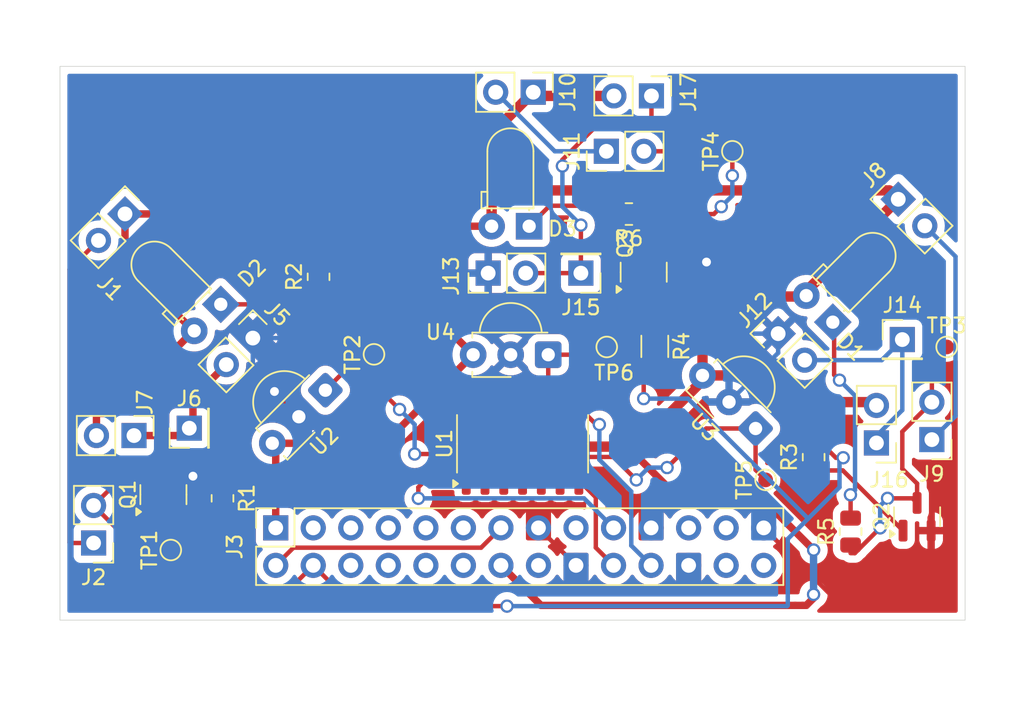
<source format=kicad_pcb>
(kicad_pcb (version 20240108) (generator "pcbnew") (generator_version "8.0")
  (layers (0 "F.Cu" signal) (31 "B.Cu" signal) (34 "B.Paste" user) (35 "F.Paste" user) (36 "B.SilkS" user "B.Silkscreen") (37 "F.SilkS" user "F.Silkscreen") (38 "B.Mask" user) (39 "F.Mask" user) (44 "Edge.Cuts" user))
  (net 0 "")
  (net 1 "Net-(D1-K)")
  (net 2 "/3V3")
  (net 3 "Net-(D3-K)")
  (net 4 "Net-(Q1-B)")
  (net 5 "GND")
  (net 6 "Net-(Q2-B)")
  (net 7 "Net-(J9-Pin_2)")
  (net 8 "Net-(Q3-B)")
  (net 9 "/PA7")
  (net 10 "/PC4")
  (net 11 "/PA6")
  (net 12 "Net-(J1-Pin_2)")
  (net 13 "Net-(J2-Pin_2)")
  (net 14 "Net-(J11-Pin_2)")
  (net 15 "/PA10")
  (net 16 "/AB0")
  (net 17 "/PE11")
  (net 18 "/PC5")
  (net 19 "/PA13")
  (net 20 "/RESV1")
  (net 21 "/RESV3")
  (net 22 "/PE12")
  (net 23 "/BATT")
  (net 24 "/PE14")
  (net 25 "/PE9")
  (net 26 "/PA5")
  (net 27 "/PA3")
  (net 28 "/RESV2")
  (net 29 "/PE15")
  (net 30 "/PE8")
  (net 31 "/PA4")
  (net 32 "Net-(J5-Pin_2)")
  (net 33 "Net-(J8-Pin_2)")
  (net 34 "Net-(J10-Pin_2)")
  (net 35 "Net-(J13-Pin_2)")
  (net 36 "Net-(J12-Pin_2)")
  (net 37 "Net-(U1A-+)")
  (net 38 "Net-(U1B-+)")
  (net 39 "Net-(U1C-+)")
  (net 43 "Net-(D2-K)")
  (footprint "Connector_PinHeader_2.54mm:PinHeader_1x02_P2.54mm_Vertical" (layer "F.Cu") (at 168 100.275 180)
    (property "Reference" "J9" (at 0 -2.33 180) (layer "F.SilkS"))
    (property "Value" "Conn_01x02_Pin")
    (pad "1" thru_hole rect (at 0 0 180) (size 1.7 1.7) (drill 1) (layers "*.Cu" "*.Mask") (net 33 "Net-(J8-Pin_2)"))
    (pad "2" thru_hole oval (at 0 2.54 180) (size 1.7 1.7) (drill 1) (layers "*.Cu" "*.Mask") (net 7 "Net-(J9-Pin_2)"))
  )
  (footprint "Connector_PinHeader_2.54mm:PinHeader_1x02_P2.54mm_Vertical" (layer "F.Cu") (at 122.051562 93.398437 -45)
    (property "Reference" "J5" (at 0 -2.33 135) (layer "F.SilkS"))
    (property "Value" "L_S_B")
    (pad "1" thru_hole rect (at 0 0 315) (size 1.7 1.7) (drill 1) (layers "*.Cu" "*.Mask") (net 5 "GND") (thermal_bridge_width 2))
    (pad "2" thru_hole oval (at 0 2.54 315) (size 1.7 1.7) (drill 1) (layers "*.Cu" "*.Mask") (net 32 "Net-(J5-Pin_2)"))
  )
  (footprint "Connector_PinHeader_2.54mm:PinHeader_1x01_P2.54mm_Vertical" (layer "F.Cu") (at 144.25 89 180)
    (property "Reference" "J15" (at 0 -2.33 180) (layer "F.SilkS"))
    (property "Value" "Conn_01x01_Pin")
    (pad "1" thru_hole rect (at 0 0 180) (size 1.7 1.7) (drill 1) (layers "*.Cu" "*.Mask") (net 35 "Net-(J13-Pin_2)"))
  )
  (footprint "Connector_PinHeader_2.54mm:PinHeader_1x02_P2.54mm_Vertical" (layer "F.Cu") (at 113.401562 84.992926 -45)
    (property "Reference" "J1" (at 2.828429 4.252643 135) (layer "F.SilkS"))
    (property "Value" "Conn_01x02_Pin")
    (pad "1" thru_hole rect (at 0 0 315) (size 1.7 1.7) (drill 1) (layers "*.Cu" "*.Mask") (net 2 "/3V3"))
    (pad "2" thru_hole oval (at 0 2.54 315) (size 1.7 1.7) (drill 1) (layers "*.Cu" "*.Mask") (net 12 "Net-(J1-Pin_2)"))
  )
  (footprint "OptoDevice:Vishay_MINICAST-3Pin" (layer "F.Cu") (at 142.04 94.525 180)
    (property "Reference" "U4" (at 7.29 1.525 180) (layer "F.SilkS"))
    (property "Value" "TSSP58038")
    (pad "1" thru_hole roundrect (at 0 0 180) (size 1.8 1.8) (drill 0.9) (layers "*.Cu" "*.Mask") (roundrect_rratio 0.139) (net 39 "Net-(U1C-+)"))
    (pad "2" thru_hole circle (at 2.54 0 180) (size 1.8 1.8) (drill 0.9) (layers "*.Cu" "*.Mask") (net 5 "GND"))
    (pad "3" thru_hole circle (at 5.08 0 180) (size 1.8 1.8) (drill 0.9) (layers "*.Cu" "*.Mask") (net 2 "/3V3"))
  )
  (footprint "LED_THT:LED_D3.0mm_Horizontal_O1.27mm_Z2.0mm_IRBlack" (layer "F.Cu") (at 161.296051 92.320153 135)
    (property "Reference" "D1" (at -2.039152 -0.336511 -45) (layer "F.SilkS"))
    (property "Value" "IR204A")
    (pad "1" thru_hole rect (at 0 0 135) (size 1.8 1.8) (drill 0.9) (layers "*.Cu" "*.Mask") (net 1 "Net-(D1-K)"))
    (pad "2" thru_hole circle (at 2.54 0 135) (size 1.8 1.8) (drill 0.9) (layers "*.Cu" "*.Mask") (net 2 "/3V3"))
  )
  (footprint "Connector_PinHeader_2.54mm:PinHeader_1x02_P2.54mm_Vertical" (layer "F.Cu") (at 111.275 107.275 180)
    (property "Reference" "J2" (at 0 -2.33 180) (layer "F.SilkS"))
    (property "Value" "Conn_01x02_Pin")
    (pad "1" thru_hole rect (at 0 0 180) (size 1.7 1.7) (drill 1) (layers "*.Cu" "*.Mask") (net 12 "Net-(J1-Pin_2)"))
    (pad "2" thru_hole oval (at 0 2.54 180) (size 1.7 1.7) (drill 1) (layers "*.Cu" "*.Mask") (net 13 "Net-(J2-Pin_2)"))
  )
  (footprint "Connector_PinHeader_2.54mm:PinHeader_1x02_P2.54mm_Vertical" (layer "F.Cu") (at 157.598439 93.098437 45)
    (property "Reference" "J12" (at 0 -2.260533 45) (layer "F.SilkS"))
    (property "Value" "Conn_01x02_Pin")
    (pad "1" thru_hole rect (at 0 0 45) (size 1.7 1.7) (drill 1) (layers "*.Cu" "*.Mask") (net 5 "GND"))
    (pad "2" thru_hole oval (at 0 2.54 45) (size 1.7 1.7) (drill 1) (layers "*.Cu" "*.Mask") (net 36 "Net-(J12-Pin_2)"))
  )
  (footprint "OptoDevice:Vishay_MINICAST-3Pin" (layer "F.Cu") (at 126.960836 96.928734 -135)
    (property "Reference" "U2" (at 2.5 -2.4 -135) (layer "F.SilkS"))
    (property "Value" "TSSP58038")
    (pad "1" thru_hole roundrect (at 0 0 225) (size 1.8 1.8) (drill 0.9) (layers "*.Cu" "*.Mask") (roundrect_rratio 0.139) (net 37 "Net-(U1A-+)"))
    (pad "2" thru_hole circle (at 2.54 0 225) (size 1.8 1.8) (drill 0.9) (layers "*.Cu" "*.Mask") (net 5 "GND") (thermal_bridge_width 2))
    (pad "3" thru_hole circle (at 5.079999 0 225) (size 1.8 1.8) (drill 0.9) (layers "*.Cu" "*.Mask") (net 2 "/3V3"))
  )
  (footprint "TestPoint:TestPoint_Pad_D1.0mm" (layer "F.Cu") (at 116.5 107.75 90)
    (property "Reference" "TP1" (at 0 -1.448 -90) (layer "F.SilkS"))
    (property "Value" "TestPoint")
    (pad "1" smd circle (at 0 0 90) (size 1 1) (layers "F.Cu" "F.Mask") (net 13 "Net-(J2-Pin_2)"))
  )
  (footprint "TestPoint:TestPoint_Pad_D1.0mm" (layer "F.Cu") (at 146 94 180)
    (property "Reference" "TP6" (at -0.5 -1.75 180) (layer "F.SilkS"))
    (property "Value" "TestPoint")
    (pad "1" smd circle (at 0 0 180) (size 1 1) (layers "F.Cu" "F.Mask") (net 39 "Net-(U1C-+)"))
  )
  (footprint "Resistor_SMD:R_0805_2012Metric" (layer "F.Cu") (at 160 101.4625 90)
    (property "Reference" "R3" (at 0 -1.65 90) (layer "F.SilkS"))
    (property "Value" "2.7k")
    (pad "1" smd roundrect (at -0.9125 0 90) (size 1.025 1.4) (layers "F.Cu" "F.Paste" "F.Mask") (roundrect_rratio 0.243902439) (net 6 "Net-(Q2-B)"))
    (pad "2" smd roundrect (at 0.9125 0 90) (size 1.025 1.4) (layers "F.Cu" "F.Paste" "F.Mask") (roundrect_rratio 0.243902439) (net 29 "/PE15"))
  )
  (footprint "Connector_PinSocket_2.54mm:PinSocket_2x14_P2.54mm_Vertical" (layer "F.Cu") (at 123.6 106.25 90)
    (property "Reference" "J3" (at -1.27 -2.77 -90) (layer "F.SilkS"))
    (property "Value" "Conn_02x14_Counter_Clockwise")
    (pad "1" thru_hole rect (at 0 0 90) (size 1.7 1.7) (drill 1) (layers "*.Cu" "*.Mask") (net 2 "/3V3"))
    (pad "2" thru_hole oval (at -2.54 0 90) (size 1.7 1.7) (drill 1) (layers "*.Cu" "*.Mask") (net 23 "/BATT"))
    (pad "3" thru_hole oval (at 0 2.54 90) (size 1.7 1.7) (drill 1) (layers "*.Cu" "*.Mask") (net 28 "/RESV2"))
    (pad "4" thru_hole oval (at -2.54 2.54 90) (size 1.7 1.7) (drill 1) (layers "*.Cu" "*.Mask") (net 29 "/PE15"))
    (pad "5" thru_hole oval (at 0 5.08 90) (size 1.7 1.7) (drill 1) (layers "*.Cu" "*.Mask") (net 24 "/PE14"))
    (pad "6" thru_hole oval (at -2.54 5.08 90) (size 1.7 1.7) (drill 1) (layers "*.Cu" "*.Mask") (net 19 "/PA13"))
    (pad "7" thru_hole oval (at 0 7.62 90) (size 1.7 1.7) (drill 1) (layers "*.Cu" "*.Mask") (net 22 "/PE12"))
    (pad "8" thru_hole oval (at -2.54 7.62 90) (size 1.7 1.7) (drill 1) (layers "*.Cu" "*.Mask") (net 17 "/PE11"))
    (pad "9" thru_hole oval (at 0 10.16 90) (size 1.7 1.7) (drill 1) (layers "*.Cu" "*.Mask") (net 15 "/PA10"))
    (pad "10" thru_hole oval (at -2.54 10.16 90) (size 1.7 1.7) (drill 1) (layers "*.Cu" "*.Mask") (net 25 "/PE9"))
    (pad "11" thru_hole oval (at 0 12.7 90) (size 1.7 1.7) (drill 1) (layers "*.Cu" "*.Mask") (net 30 "/PE8"))
    (pad "12" thru_hole oval (at -2.54 12.7 90) (size 1.7 1.7) (drill 1) (layers "*.Cu" "*.Mask") (net 20 "/RESV1"))
    (pad "13" thru_hole oval (at 0 15.24 90) (size 1.7 1.7) (drill 1) (layers "*.Cu" "*.Mask") (net 23 "/BATT"))
    (pad "14" thru_hole oval (at -2.54 15.24 90) (size 1.7 1.7) (drill 1) (layers "*.Cu" "*.Mask") (net 2 "/3V3"))
    (pad "15" thru_hole oval (at 0 17.78 90) (size 1.7 1.7) (drill 1) (layers "*.Cu" "*.Mask") (net 5 "GND") (thermal_bridge_width 2))
    (pad "16" thru_hole oval (at -2.54 17.78 90) (size 1.7 1.7) (drill 1) (layers "*.Cu" "*.Mask") (net 16 "/AB0"))
    (pad "17" thru_hole oval (at 0 20.32 90) (size 1.7 1.7) (drill 1) (layers "*.Cu" "*.Mask") (net 18 "/PC5"))
    (pad "18" thru_hole oval (at -2.54 20.32 90) (size 1.7 1.7) (drill 1) (layers "*.Cu" "*.Mask") (net 5 "GND") (thermal_bridge_width 2))
    (pad "19" thru_hole oval (at 0 22.86 90) (size 1.7 1.7) (drill 1) (layers "*.Cu" "*.Mask") (net 10 "/PC4"))
    (pad "20" thru_hole oval (at -2.54 22.86 90) (size 1.7 1.7) (drill 1) (layers "*.Cu" "*.Mask") (net 9 "/PA7"))
    (pad "21" thru_hole oval (at 0 25.4 90) (size 1.7 1.7) (drill 1) (layers "*.Cu" "*.Mask") (net 5 "GND") (thermal_bridge_width 2))
    (pad "22" thru_hole oval (at -2.54 25.4 90) (size 1.7 1.7) (drill 1) (layers "*.Cu" "*.Mask") (net 11 "/PA6"))
    (pad "23" thru_hole oval (at 0 27.94 90) (size 1.7 1.7) (drill 1) (layers "*.Cu" "*.Mask") (net 26 "/PA5"))
    (pad "24" thru_hole oval (at -2.54 27.94 90) (size 1.7 1.7) (drill 1) (layers "*.Cu" "*.Mask") (net 5 "GND") (thermal_bridge_width 2))
    (pad "25" thru_hole oval (at 0 30.48 90) (size 1.7 1.7) (drill 1) (layers "*.Cu" "*.Mask") (net 31 "/PA4"))
    (pad "26" thru_hole oval (at -2.54 30.48 90) (size 1.7 1.7) (drill 1) (layers "*.Cu" "*.Mask") (net 27 "/PA3"))
    (pad "27" thru_hole oval (at 0 33.02 90) (size 1.7 1.7) (drill 1) (layers "*.Cu" "*.Mask") (net 5 "GND") (thermal_bridge_width 2))
    (pad "28" thru_hole oval (at -2.54 33.02 90) (size 1.7 1.7) (drill 1) (layers "*.Cu" "*.Mask") (net 21 "/RESV3"))
  )
  (footprint "TestPoint:TestPoint_Pad_D1.0mm" (layer "F.Cu") (at 169 94)
    (property "Reference" "TP3" (at 0 -1.448 0) (layer "F.SilkS"))
    (property "Value" "TestPoint")
    (pad "1" smd circle (at 0 0) (size 1 1) (layers "F.Cu" "F.Mask") (net 7 "Net-(J9-Pin_2)"))
  )
  (footprint "Resistor_SMD:R_0805_2012Metric" (layer "F.Cu") (at 162.5 106.5 90)
    (property "Reference" "R5" (at 0 -1.65 90) (layer "F.SilkS"))
    (property "Value" "22")
    (pad "1" smd roundrect (at -0.9125 0 90) (size 1.025 1.4) (layers "F.Cu" "F.Paste" "F.Mask") (roundrect_rratio 0.243902439) (net 7 "Net-(J9-Pin_2)"))
    (pad "2" smd roundrect (at 0.9125 0 90) (size 1.025 1.4) (layers "F.Cu" "F.Paste" "F.Mask") (roundrect_rratio 0.243902439) (net 1 "Net-(D1-K)"))
  )
  (footprint "Resistor_SMD:R_1206_3216Metric" (layer "F.Cu") (at 149.25 93.9625 -90)
    (property "Reference" "R4" (at 0 -1.82 90) (layer "F.SilkS"))
    (property "Value" "2.7k")
    (pad "1" smd roundrect (at -1.4625 0 270) (size 1.125 1.75) (layers "F.Cu" "F.Paste" "F.Mask") (roundrect_rratio 0.2222222222) (net 8 "Net-(Q3-B)"))
    (pad "2" smd roundrect (at 1.4625 0 270) (size 1.125 1.75) (layers "F.Cu" "F.Paste" "F.Mask") (roundrect_rratio 0.2222222222) (net 29 "/PE15"))
  )
  (footprint "Connector_PinHeader_2.54mm:PinHeader_1x02_P2.54mm_Vertical" (layer "F.Cu") (at 145.975 80.75 90)
    (property "Reference" "J11" (at 0 -2.33 -90) (layer "F.SilkS"))
    (property "Value" "Conn_01x02_Pin")
    (pad "1" thru_hole rect (at 0 0 90) (size 1.7 1.7) (drill 1) (layers "*.Cu" "*.Mask") (net 34 "Net-(J10-Pin_2)"))
    (pad "2" thru_hole oval (at 0 2.54 90) (size 1.7 1.7) (drill 1) (layers "*.Cu" "*.Mask") (net 14 "Net-(J11-Pin_2)"))
  )
  (footprint "Resistor_SMD:R_0805_2012Metric" (layer "F.Cu") (at 120 104.25 -90)
    (property "Reference" "R1" (at 0 -1.65 -90) (layer "F.SilkS"))
    (property "Value" "2.7k")
    (pad "1" smd roundrect (at -0.9125 0 270) (size 1.025 1.4) (layers "F.Cu" "F.Paste" "F.Mask") (roundrect_rratio 0.243902439) (net 4 "Net-(Q1-B)"))
    (pad "2" smd roundrect (at 0.9125 0 270) (size 1.025 1.4) (layers "F.Cu" "F.Paste" "F.Mask") (roundrect_rratio 0.243902439) (net 29 "/PE15"))
  )
  (footprint "TestPoint:TestPoint_Pad_D1.0mm" (layer "F.Cu") (at 156.75 103 90)
    (property "Reference" "TP5" (at 0 -1.448 -90) (layer "F.SilkS"))
    (property "Value" "TestPoint")
    (pad "1" smd circle (at 0 0 90) (size 1 1) (layers "F.Cu" "F.Mask") (net 38 "Net-(U1B-+)"))
  )
  (footprint "Package_TO_SOT_SMD:SOT-23" (layer "F.Cu") (at 116 104 90)
    (property "Reference" "Q1" (at 0 -2.4 -90) (layer "F.SilkS"))
    (property "Value" "MMBT5551L")
    (pad "1" smd roundrect (at -0.9375 -0.95 90) (size 1.475 0.6) (layers "F.Cu" "F.Paste" "F.Mask") (net 4 "Net-(Q1-B)"))
    (pad "2" smd roundrect (at -0.9375 0.95 90) (size 1.475 0.6) (layers "F.Cu" "F.Paste" "F.Mask") (net 5 "GND"))
    (pad "3" smd roundrect (at 0.9375 0 90) (size 1.475 0.6) (layers "F.Cu" "F.Paste" "F.Mask") (net 13 "Net-(J2-Pin_2)"))
  )
  (footprint "TestPoint:TestPoint_Pad_D1.0mm" (layer "F.Cu") (at 154.5 80.75 90)
    (property "Reference" "TP4" (at 0 -1.448 -90) (layer "F.SilkS"))
    (property "Value" "TestPoint")
    (pad "1" smd circle (at 0 0 90) (size 1 1) (layers "F.Cu" "F.Mask") (net 14 "Net-(J11-Pin_2)"))
  )
  (footprint "Package_TO_SOT_SMD:SOT-23" (layer "F.Cu") (at 167 105.5 90)
    (property "Reference" "Q2" (at 0 -2.4 -90) (layer "F.SilkS"))
    (property "Value" "MMBT5551L")
    (pad "1" smd roundrect (at -0.9375 -0.95 90) (size 1.475 0.6) (layers "F.Cu" "F.Paste" "F.Mask") (net 6 "Net-(Q2-B)"))
    (pad "2" smd roundrect (at -0.9375 0.95 90) (size 1.475 0.6) (layers "F.Cu" "F.Paste" "F.Mask") (net 5 "GND"))
    (pad "3" smd roundrect (at 0.9375 0 90) (size 1.475 0.6) (layers "F.Cu" "F.Paste" "F.Mask") (net 7 "Net-(J9-Pin_2)"))
  )
  (footprint "Connector_PinHeader_2.54mm:PinHeader_1x02_P2.54mm_Vertical" (layer "F.Cu") (at 137.975 89 90)
    (property "Reference" "J13" (at -0.2 -2.5 -90) (layer "F.SilkS"))
    (property "Value" "Conn_01x02_Pin")
    (pad "1" thru_hole rect (at 0 0 90) (size 1.7 1.7) (drill 1) (layers "*.Cu" "*.Mask") (net 5 "GND"))
    (pad "2" thru_hole oval (at 0 2.54 90) (size 1.7 1.7) (drill 1) (layers "*.Cu" "*.Mask") (net 35 "Net-(J13-Pin_2)"))
  )
  (footprint "Package_TO_SOT_SMD:SOT-23" (layer "F.Cu") (at 148.5 88.9375 90)
    (property "Reference" "Q3" (at 1.9375 -1.25 -90) (layer "F.SilkS"))
    (property "Value" "MMBT5551L")
    (pad "1" smd roundrect (at -0.9375 -0.95 90) (size 1.475 0.6) (layers "F.Cu" "F.Paste" "F.Mask") (net 8 "Net-(Q3-B)"))
    (pad "2" smd roundrect (at -0.9375 0.95 90) (size 1.475 0.6) (layers "F.Cu" "F.Paste" "F.Mask") (net 5 "GND"))
    (pad "3" smd roundrect (at 0.9375 0 90) (size 1.475 0.6) (layers "F.Cu" "F.Paste" "F.Mask") (net 14 "Net-(J11-Pin_2)"))
  )
  (footprint "Connector_PinHeader_2.54mm:PinHeader_1x02_P2.54mm_Vertical" (layer "F.Cu") (at 165.725 84 45)
    (property "Reference" "J8" (at 0 -2.33 45) (layer "F.SilkS"))
    (property "Value" "Conn_01x02_Pin")
    (pad "1" thru_hole rect (at 0 0 45) (size 1.7 1.7) (drill 1) (layers "*.Cu" "*.Mask") (net 2 "/3V3"))
    (pad "2" thru_hole oval (at 0 2.54 45) (size 1.7 1.7) (drill 1) (layers "*.Cu" "*.Mask") (net 33 "Net-(J8-Pin_2)"))
  )
  (footprint "Connector_PinHeader_2.54mm:PinHeader_1x02_P2.54mm_Vertical" (layer "F.Cu") (at 141.025 76.75 -90)
    (property "Reference" "J10" (at 0 -2.33 90) (layer "F.SilkS"))
    (property "Value" "Conn_01x02_Pin")
    (pad "1" thru_hole rect (at 0 0 270) (size 1.7 1.7) (drill 1) (layers "*.Cu" "*.Mask") (net 2 "/3V3"))
    (pad "2" thru_hole oval (at 0 2.54 270) (size 1.7 1.7) (drill 1) (layers "*.Cu" "*.Mask") (net 34 "Net-(J10-Pin_2)"))
  )
  (footprint "Connector_PinHeader_2.54mm:PinHeader_1x02_P2.54mm_Vertical" (layer "F.Cu") (at 114.01 100 -90)
    (property "Reference" "J7" (at -2.25 -0.74 90) (layer "F.SilkS"))
    (property "Value" "Conn_01x02_Pin")
    (pad "1" thru_hole rect (at 0 0 270) (size 1.7 1.7) (drill 1) (layers "*.Cu" "*.Mask") (net 32 "Net-(J5-Pin_2)"))
    (pad "2" thru_hole oval (at 0 2.54 270) (size 1.7 1.7) (drill 1) (layers "*.Cu" "*.Mask") (net 2 "/3V3"))
  )
  (footprint "Connector_PinHeader_2.54mm:PinHeader_1x01_P2.54mm_Vertical" (layer "F.Cu") (at 166 93.5)
    (property "Reference" "J14" (at 0 -2.33 0) (layer "F.SilkS"))
    (property "Value" "Conn_01x01_Pin")
    (pad "1" thru_hole rect (at 0 0) (size 1.7 1.7) (drill 1) (layers "*.Cu" "*.Mask") (net 36 "Net-(J12-Pin_2)"))
  )
  (footprint "Resistor_SMD:R_0805_2012Metric" (layer "F.Cu") (at 147.5 85 180)
    (property "Reference" "R6" (at 0 -1.65 180) (layer "F.SilkS"))
    (property "Value" "22")
    (pad "1" smd roundrect (at -0.9125 0 180) (size 1.025 1.4) (layers "F.Cu" "F.Paste" "F.Mask") (roundrect_rratio 0.243902439) (net 14 "Net-(J11-Pin_2)"))
    (pad "2" smd roundrect (at 0.9125 0 180) (size 1.025 1.4) (layers "F.Cu" "F.Paste" "F.Mask") (roundrect_rratio 0.243902439) (net 3 "Net-(D3-K)"))
  )
  (footprint "Package_SO:SOIC-14_3.9x8.7mm_P1.27mm" (layer "F.Cu") (at 140.3025 100.5575 90)
    (property "Reference" "U1" (at 0 -5.28 -90) (layer "F.SilkS"))
    (property "Value" "LM324")
    (pad "1" smd roundrect (at -2.475 -3.81 90) (size 1.95 0.6) (layers "F.Cu" "F.Paste" "F.Mask") (net 10 "/PC4"))
    (pad "2" smd roundrect (at -2.475 -2.54 90) (size 1.95 0.6) (layers "F.Cu" "F.Paste" "F.Mask") (net 10 "/PC4"))
    (pad "3" smd roundrect (at -2.475 -1.27 90) (size 1.95 0.6) (layers "F.Cu" "F.Paste" "F.Mask") (net 37 "Net-(U1A-+)"))
    (pad "4" smd roundrect (at -2.475 0 90) (size 1.95 0.6) (layers "F.Cu" "F.Paste" "F.Mask") (net 2 "/3V3"))
    (pad "5" smd roundrect (at -2.475 1.27 90) (size 1.95 0.6) (layers "F.Cu" "F.Paste" "F.Mask") (net 38 "Net-(U1B-+)"))
    (pad "6" smd roundrect (at -2.475 2.54 90) (size 1.95 0.6) (layers "F.Cu" "F.Paste" "F.Mask") (net 9 "/PA7"))
    (pad "7" smd roundrect (at -2.475 3.81 90) (size 1.95 0.6) (layers "F.Cu" "F.Paste" "F.Mask") (net 9 "/PA7"))
    (pad "8" smd roundrect (at 2.475 3.81 90) (size 1.95 0.6) (layers "F.Cu" "F.Paste" "F.Mask") (net 11 "/PA6"))
    (pad "9" smd roundrect (at 2.475 2.54 90) (size 1.95 0.6) (layers "F.Cu" "F.Paste" "F.Mask") (net 11 "/PA6"))
    (pad "10" smd roundrect (at 2.475 1.27 90) (size 1.95 0.6) (layers "F.Cu" "F.Paste" "F.Mask") (net 39 "Net-(U1C-+)"))
    (pad "11" smd roundrect (at 2.475 0 90) (size 1.95 0.6) (layers "F.Cu" "F.Paste" "F.Mask") (net 5 "GND"))
    (pad "12" smd roundrect (at 2.475 -1.27 90) (size 1.95 0.6) (layers "F.Cu" "F.Paste" "F.Mask"))
    (pad "13" smd roundrect (at 2.475 -2.54 90) (size 1.95 0.6) (layers "F.Cu" "F.Paste" "F.Mask"))
    (pad "14" smd roundrect (at 2.475 -3.81 90) (size 1.95 0.6) (layers "F.Cu" "F.Paste" "F.Mask"))
  )
  (footprint "LED_THT:LED_D3.0mm_Horizontal_O1.27mm_Z2.0mm_IRBlack" (layer "F.Cu") (at 119.88146 91.113693 -135)
    (property "Reference" "D2" (at -2.992641 -0.003427 -135) (layer "F.SilkS"))
    (property "Value" "IR204A")
    (pad "1" thru_hole rect (at 0 0 225) (size 1.8 1.8) (drill 0.9) (layers "*.Cu" "*.Mask") (net 43 "Net-(D2-K)"))
    (pad "2" thru_hole circle (at 2.54 0 225) (size 1.8 1.8) (drill 0.9) (layers "*.Cu" "*.Mask") (net 2 "/3V3"))
  )
  (footprint "TestPoint:TestPoint_Pad_D1.0mm" (layer "F.Cu") (at 130.25 94.5 90)
    (property "Reference" "TP2" (at 0 -1.448 -90) (layer "F.SilkS"))
    (property "Value" "TestPoint")
    (pad "1" smd circle (at 0 0 90) (size 1 1) (layers "F.Cu" "F.Mask") (net 37 "Net-(U1A-+)"))
  )
  (footprint "Connector_PinHeader_2.54mm:PinHeader_1x01_P2.54mm_Vertical" (layer "F.Cu") (at 117.75 99.5 90)
    (property "Reference" "J6" (at 2 0 0) (layer "F.SilkS"))
    (property "Value" "Conn_01x01_Pin")
    (pad "1" thru_hole rect (at 0 0 90) (size 1.7 1.7) (drill 1) (layers "*.Cu" "*.Mask") (net 32 "Net-(J5-Pin_2)"))
  )
  (footprint "LED_THT:LED_D3.0mm_Horizontal_O1.27mm_Z2.0mm_IRBlack" (layer "F.Cu") (at 140.75 85.825 180)
    (property "Reference" "D3" (at -2.25 -0.175 180) (layer "F.SilkS"))
    (property "Value" "IR204A")
    (pad "1" thru_hole rect (at 0 0 180) (size 1.8 1.8) (drill 0.9) (layers "*.Cu" "*.Mask") (net 3 "Net-(D3-K)"))
    (pad "2" thru_hole circle (at 2.54 0 180) (size 1.8 1.8) (drill 0.9) (layers "*.Cu" "*.Mask") (net 2 "/3V3"))
  )
  (footprint "OptoDevice:Vishay_MINICAST-3Pin" (layer "F.Cu") (at 156.071267 99.520836 135)
    (property "Reference" "U3" (at 2.5 -2.4 -45) (layer "F.SilkS"))
    (property "Value" "TSSP58038")
    (pad "1" thru_hole roundrect (at 0 0 135) (size 1.8 1.8) (drill 0.9) (layers "*.Cu" "*.Mask") (roundrect_rratio 0.139) (net 38 "Net-(U1B-+)"))
    (pad "2" thru_hole circle (at 2.54 0 135) (size 1.8 1.8) (drill 0.9) (layers "*.Cu" "*.Mask") (net 5 "GND"))
    (pad "3" thru_hole circle (at 5.079999 0 135) (size 1.8 1.8) (drill 0.9) (layers "*.Cu" "*.Mask") (net 2 "/3V3"))
  )
  (footprint "Connector_PinHeader_2.54mm:PinHeader_1x02_P2.54mm_Vertical" (layer "F.Cu") (at 164.25 100.5 180)
    (property "Reference" "J16" (at -0.85 -2.5 180) (layer "F.SilkS"))
    (property "Value" "Conn_01x02_Pin")
    (pad "1" thru_hole rect (at 0 0 180) (size 1.7 1.7) (drill 1) (layers "*.Cu" "*.Mask") (net 36 "Net-(J12-Pin_2)"))
    (pad "2" thru_hole oval (at 0 2.54 180) (size 1.7 1.7) (drill 1) (layers "*.Cu" "*.Mask") (net 2 "/3V3"))
  )
  (footprint "Connector_PinHeader_2.54mm:PinHeader_1x02_P2.54mm_Vertical" (layer "F.Cu") (at 149.025 77 -90)
    (property "Reference" "J17" (at -0.25 -2.5 90) (layer "F.SilkS"))
    (property "Value" "Conn_01x02_Pin")
    (pad "1" thru_hole rect (at 0 0 270) (size 1.7 1.7) (drill 1) (layers "*.Cu" "*.Mask") (net 35 "Net-(J13-Pin_2)"))
    (pad "2" thru_hole oval (at 0 2.54 270) (size 1.7 1.7) (drill 1) (layers "*.Cu" "*.Mask") (net 2 "/3V3"))
  )
  (footprint "Resistor_SMD:R_0805_2012Metric" (layer "F.Cu") (at 126.5 89.25 90)
    (property "Reference" "R2" (at 0 -1.65 90) (layer "F.SilkS"))
    (property "Value" "22")
    (pad "1" smd roundrect (at -0.9125 0 90) (size 1.025 1.4) (layers "F.Cu" "F.Paste" "F.Mask") (roundrect_rratio 0.243902439) (net 13 "Net-(J2-Pin_2)"))
    (pad "2" smd roundrect (at 0.9125 0 90) (size 1.025 1.4) (layers "F.Cu" "F.Paste" "F.Mask") (roundrect_rratio 0.243902439) (net 43 "Net-(D2-K)"))
  )
  (gr_rect (start 109 75) (end 170.25 112.5) (stroke (width 0.05)) (fill none) (layer "Edge.Cuts"))
  (segment (start 161.75 96.25) (end 161.386307 95.886307) (width 0.3) (layer "F.Cu") (net 1))
  (segment (start 162.5 105.0375) (end 162.5 104.018872) (width 0.3) (layer "F.Cu") (net 1))
  (segment (start 161.386307 95.886307) (end 161.386307 92.38146) (width 0.3) (layer "F.Cu") (net 1))
  (segment (start 162.5 104.018872) (end 162.490564 104.009436) (width 0.3) (layer "F.Cu") (net 1))
  (via (at 162.490564 104.009436) (size 0.9) (drill 0.6) (layers "F.Cu" "B.Cu") (net 1))
  (via (at 161.75 96.25) (size 0.9) (drill 0.6) (layers "F.Cu" "B.Cu") (net 1))
  (segment (start 162.8 103.7) (end 162.8 97.3) (width 0.3) (layer "B.Cu") (net 1))
  (segment (start 162.8 97.3) (end 161.75 96.25) (width 0.3) (layer "B.Cu") (net 1))
  (segment (start 162.490564 104.009436) (end 162.8 103.7) (width 0.3) (layer "B.Cu") (net 1))
  (segment (start 157.485 97.735) (end 164 97.735) (width 0.7) (layer "F.Cu") (net 2))
  (segment (start 111.47 98.53) (end 111.47 100) (width 0.5) (layer "F.Cu") (net 2))
  (segment (start 141.55 111.5) (end 158.75 111.5) (width 0.5) (layer "F.Cu") (net 2))
  (segment (start 140.3025 101.6975) (end 140.3025 103.0325) (width 0.7) (layer "F.Cu") (net 2))
  (segment (start 155.678734 95.928734) (end 157.485 97.735) (width 0.7) (layer "F.Cu") (net 2))
  (segment (start 132.742926 84.992926) (end 134.5 86.75) (width 0.5) (layer "F.Cu") (net 2))
  (segment (start 134.5 92.065) (end 134.5 86.75) (width 0.5) (layer "F.Cu") (net 2))
  (segment (start 135.425 85.825) (end 138.21 85.825) (width 0.5) (layer "F.Cu") (net 2))
  (segment (start 148 100.75) (end 147.25 100.75) (width 0.7) (layer "F.Cu") (net 2))
  (segment (start 138.311041 83.398959) (end 138.21 83.5) (width 0.7) (layer "F.Cu") (net 2))
  (segment (start 153.164591 90.585409) (end 159.590256 90.585409) (width 0.7) (layer "F.Cu") (net 2))
  (segment (start 130.964164 100.520836) (end 136.96 94.525) (width 0.5) (layer "F.Cu") (net 2))
  (segment (start 123.6 106.25) (end 123.6 100.752102) (width 0.5) (layer "F.Cu") (net 2))
  (segment (start 114 97) (end 112.5 98.5) (width 0.5) (layer "F.Cu") (net 2))
  (segment (start 138.84 108.79) (end 141.55 111.5) (width 0.5) (layer "F.Cu") (net 2))
  (segment (start 159.590256 90.134744) (end 159.590256 90.585409) (width 0.7) (layer "F.Cu") (net 2))
  (segment (start 141.275 77) (end 141.025 76.75) (width 0.7) (layer "F.Cu") (net 2))
  (segment (start 138.21 85.825) (end 138.21 83.5) (width 0.7) (layer "F.Cu") (net 2))
  (segment (start 165.123959 83.398959) (end 138.311041 83.398959) (width 0.7) (layer "F.Cu") (net 2))
  (segment (start 148 101.358579) (end 148 100.75) (width 0.5) (layer "F.Cu") (net 2))
  (segment (start 138.21 83.5) (end 138.21 79.565) (width 0.7) (layer "F.Cu") (net 2))
  (segment (start 165.725 84) (end 165.123959 83.398959) (width 0.7) (layer "F.Cu") (net 2))
  (segment (start 146.485 77) (end 141.275 77) (width 0.7) (layer "F.Cu") (net 2))
  (segment (start 152.479165 96.270835) (end 148 100.75) (width 0.7) (layer "F.Cu") (net 2))
  (segment (start 152.479165 91.270835) (end 153.164591 90.585409) (width 0.7) (layer "F.Cu") (net 2))
  (segment (start 111.5 98.5) (end 111.47 98.53) (width 0.5) (layer "F.Cu") (net 2))
  (segment (start 155.735786 103.485786) (end 150.127207 103.485786) (width 0.5) (layer "F.Cu") (net 2))
  (segment (start 158.75 111.5) (end 159.25 111.5) (width 0.5) (layer "F.Cu") (net 2))
  (segment (start 134.5 86.75) (end 135.425 85.825) (width 0.5) (layer "F.Cu") (net 2))
  (segment (start 114 96.945153) (end 114 97) (width 0.5) (layer "F.Cu") (net 2))
  (segment (start 118.035409 92.909744) (end 114 96.945153) (width 0.5) (layer "F.Cu") (net 2))
  (segment (start 123.6 100.752102) (end 123.368734 100.520836) (width 0.5) (layer "F.Cu") (net 2))
  (segment (start 141.25 100.75) (end 140.3025 101.6975) (width 0.7) (layer "F.Cu") (net 2))
  (segment (start 147.25 100.75) (end 141.25 100.75) (width 0.7) (layer "F.Cu") (net 2))
  (segment (start 112.5 98.5) (end 111.5 98.5) (width 0.5) (layer "F.Cu") (net 2))
  (segment (start 159.994314 111.005686) (end 159.994314 110.755686) (width 0.5) (layer "F.Cu") (net 2))
  (segment (start 165.725 84) (end 159.590256 90.134744) (width 0.7) (layer "F.Cu") (net 2))
  (segment (start 136.96 94.525) (end 134.5 92.065) (width 0.5) (layer "F.Cu") (net 2))
  (segment (start 152.479165 95.928734) (end 152.479165 91.270835) (width 0.7) (layer "F.Cu") (net 2))
  (segment (start 113.401562 84.992926) (end 113.401562 88.275897) (width 0.5) (layer "F.Cu") (net 2))
  (segment (start 159.25 111.5) (end 159.5 111.5) (width 0.5) (layer "F.Cu") (net 2))
  (segment (start 152.479165 95.928734) (end 155.678734 95.928734) (width 0.7) (layer "F.Cu") (net 2))
  (segment (start 113.401562 88.275897) (end 118.035409 92.909744) (width 0.5) (layer "F.Cu") (net 2))
  (segment (start 113.401562 84.992926) (end 132.742926 84.992926) (width 0.5) (layer "F.Cu") (net 2))
  (segment (start 152.479165 95.928734) (end 152.479165 96.270835) (width 0.7) (layer "F.Cu") (net 2))
  (segment (start 150.127207 103.485786) (end 148 101.358579) (width 0.5) (layer "F.Cu") (net 2))
  (segment (start 159.5 111.5) (end 159.994314 111.005686) (width 0.5) (layer "F.Cu") (net 2))
  (segment (start 138.21 79.565) (end 141.025 76.75) (width 0.7) (layer "F.Cu") (net 2))
  (segment (start 160 107.75) (end 155.735786 103.485786) (width 0.5) (layer "F.Cu") (net 2))
  (segment (start 123.368734 100.520836) (end 130.964164 100.520836) (width 0.5) (layer "F.Cu") (net 2))
  (via (at 160 107.75) (size 0.9) (drill 0.6) (layers "F.Cu" "B.Cu") (net 2))
  (via (at 159.994314 110.755686) (size 0.9) (drill 0.6) (layers "F.Cu" "B.Cu") (net 2))
  (segment (start 159.994314 110.755686) (end 159.994314 107.755686) (width 0.5) (layer "B.Cu") (net 2))
  (segment (start 159.994314 107.755686) (end 160 107.75) (width 0.5) (layer "B.Cu") (net 2))
  (segment (start 145.475 84.4375) (end 146.0375 85) (width 0.3) (layer "F.Cu") (net 3))
  (segment (start 140.75 85.825) (end 142.1375 84.4375) (width 0.3) (layer "F.Cu") (net 3))
  (segment (start 142.1375 84.4375) (end 145.475 84.4375) (width 0.3) (layer "F.Cu") (net 3))
  (segment (start 117.75 106.5) (end 117.75 105.0375) (width 0.3) (layer "F.Cu") (net 4))
  (segment (start 115.05 104.9375) (end 116.6125 106.5) (width 0.3) (layer "F.Cu") (net 4))
  (segment (start 117.75 105.0375) (end 120 102.7875) (width 0.3) (layer "F.Cu") (net 4))
  (segment (start 116.6125 106.5) (end 117.75 106.5) (width 0.3) (layer "F.Cu") (net 4))
  (segment (start 116.95 103.8) (end 118 102.75) (width 0.3) (layer "F.Cu") (net 5))
  (segment (start 149.45 89.875) (end 151.075 88.25) (width 0.3) (layer "F.Cu") (net 5))
  (segment (start 167.95 106.4375) (end 167.95 109.3) (width 0.3) (layer "F.Cu") (net 5))
  (segment (start 116.95 104.9375) (end 116.95 103.8) (width 0.3) (layer "F.Cu") (net 5))
  (segment (start 125.164785 98.664785) (end 123.515686 97.015686) (width 0.3) (layer "F.Cu") (net 5))
  (segment (start 166.25 111) (end 161.37 111) (width 0.3) (layer "F.Cu") (net 5))
  (segment (start 167.95 109.3) (end 166.25 111) (width 0.3) (layer "F.Cu") (net 5))
  (segment (start 141.38 106.25) (end 143.92 108.79) (width 0.3) (layer "F.Cu") (net 5))
  (segment (start 125.164785 98.724785) (end 125.164785 98.664785) (width 0.3) (layer "F.Cu") (net 5))
  (segment (start 161.37 111) (end 156.62 106.25) (width 0.3) (layer "F.Cu") (net 5))
  (segment (start 151.075 88.25) (end 152.75 88.25) (width 0.3) (layer "F.Cu") (net 5))
  (via (at 123.515686 97.015686) (size 0.9) (drill 0.6) (layers "F.Cu" "B.Cu") (net 5))
  (via (at 152.75 88.25) (size 0.9) (drill 0.6) (layers "F.Cu" "B.Cu") (net 5))
  (via (at 118 102.75) (size 0.9) (drill 0.6) (layers "F.Cu" "B.Cu") (net 5))
  (segment (start 132 89) (end 137.975 89) (width 0.3) (layer "B.Cu") (net 5))
  (segment (start 141.775 92.25) (end 147 92.25) (width 0.3) (layer "B.Cu") (net 5))
  (segment (start 154.275216 97.724785) (end 157.598439 94.401562) (width 0.3) (layer "B.Cu") (net 5))
  (segment (start 122.051562 93.398437) (end 127.601563 93.398437) (width 0.3) (layer "B.Cu") (net 5))
  (segment (start 147.848437 93.098437) (end 157.598439 93.098437) (width 0.3) (layer "B.Cu") (net 5))
  (segment (start 118 102.75) (end 122.025215 98.724785) (width 0.3) (layer "B.Cu") (net 5))
  (segment (start 139.5 94.525) (end 141.775 92.25) (width 0.3) (layer "B.Cu") (net 5))
  (segment (start 122.025215 98.724785) (end 125.164785 98.724785) (width 0.3) (layer "B.Cu") (net 5))
  (segment (start 137.975 89) (end 137.975 93) (width 0.3) (layer "B.Cu") (net 5))
  (segment (start 147 92.25) (end 147.848437 93.098437) (width 0.3) (layer "B.Cu") (net 5))
  (segment (start 127.601563 93.398437) (end 132 89) (width 0.3) (layer "B.Cu") (net 5))
  (segment (start 122.051562 95.551562) (end 122.051562 93.398437) (width 0.3) (layer "B.Cu") (net 5))
  (segment (start 137.975 93) (end 139.5 94.525) (width 0.3) (layer "B.Cu") (net 5))
  (segment (start 152.75 88.25) (end 157.598439 93.098437) (width 0.3) (layer "B.Cu") (net 5))
  (segment (start 123.515686 97.015686) (end 122.051562 95.551562) (width 0.3) (layer "B.Cu") (net 5))
  (segment (start 157.598439 94.401562) (end 157.598439 93.098437) (width 0.3) (layer "B.Cu") (net 5))
  (segment (start 160.5625 102.3625) (end 161.975 102.3625) (width 0.3) (layer "F.Cu") (net 6))
  (segment (start 161.975 102.3625) (end 166.05 106.4375) (width 0.3) (layer "F.Cu") (net 6))
  (segment (start 160 102.925) (end 160.5625 102.3625) (width 0.3) (layer "F.Cu") (net 6))
  (segment (start 167 103.25) (end 167 104.5625) (width 0.3) (layer "F.Cu") (net 7))
  (segment (start 166 102.25) (end 167 103.25) (width 0.3) (layer "F.Cu") (net 7))
  (segment (start 162.7875 107.9625) (end 164.5 106.25) (width 0.3) (layer "F.Cu") (net 7))
  (segment (start 165 104.25) (end 166.6875 104.25) (width 0.3) (layer "F.Cu") (net 7))
  (segment (start 162.5 107.9625) (end 162.7875 107.9625) (width 0.3) (layer "F.Cu") (net 7))
  (segment (start 168 97.735) (end 168 95) (width 0.3) (layer "F.Cu") (net 7))
  (segment (start 166.6875 104.25) (end 167 104.5625) (width 0.3) (layer "F.Cu") (net 7))
  (segment (start 168 95) (end 169 94) (width 0.3) (layer "F.Cu") (net 7))
  (segment (start 168 97.735) (end 166 99.735) (width 0.3) (layer "F.Cu") (net 7))
  (segment (start 166 99.735) (end 166 102.25) (width 0.3) (layer "F.Cu") (net 7))
  (via (at 164.5 106.25) (size 0.9) (drill 0.6) (layers "F.Cu" "B.Cu") (net 7))
  (via (at 165 104.25) (size 0.9) (drill 0.6) (layers "F.Cu" "B.Cu") (net 7))
  (segment (start 164.5 104.75) (end 165 104.25) (width 0.3) (layer "B.Cu") (net 7))
  (segment (start 164.5 106.25) (end 164.5 104.75) (width 0.3) (layer "B.Cu") (net 7))
  (segment (start 149.25 91.575) (end 147.55 89.875) (width 0.3) (layer "F.Cu") (net 8))
  (segment (start 149.25 92.5) (end 149.25 91.575) (width 0.3) (layer "F.Cu") (net 8))
  (segment (start 144.1125 103.0325) (end 145.26 104.18) (width 0.3) (layer "F.Cu") (net 9))
  (segment (start 142.8425 103.0325) (end 144.1125 103.0325) (width 0.3) (layer "F.Cu") (net 9))
  (segment (start 145.26 107.59) (end 146.46 108.79) (width 0.3) (layer "F.Cu") (net 9))
  (segment (start 145.26 104.18) (end 145.26 107.59) (width 0.3) (layer "F.Cu") (net 9))
  (segment (start 136.4925 103.0325) (end 133.7825 103.0325) (width 0.3) (layer "F.Cu") (net 10))
  (segment (start 137.7625 103.0325) (end 136.4925 103.0325) (width 0.3) (layer "F.Cu") (net 10))
  (segment (start 133.25 103.5) (end 133.25 104.25) (width 0.3) (layer "F.Cu") (net 10))
  (segment (start 133.7825 103.0325) (end 133.75 103) (width 0.3) (layer "F.Cu") (net 10))
  (segment (start 133.75 103) (end 133.25 103.5) (width 0.3) (layer "F.Cu") (net 10))
  (via (at 133.25 104.25) (size 0.9) (drill 0.6) (layers "F.Cu" "B.Cu") (net 10))
  (segment (start 144.46 104.25) (end 146.46 106.25) (width 0.3) (layer "B.Cu") (net 10))
  (segment (start 133.25 104.25) (end 144.46 104.25) (width 0.3) (layer "B.Cu") (net 10))
  (segment (start 142.8425 98.0825) (end 144.1125 98.0825) (width 0.3) (layer "F.Cu") (net 11))
  (segment (start 145.5 99.25) (end 145.28 99.25) (width 0.3) (layer "F.Cu") (net 11))
  (segment (start 145.28 99.25) (end 144.1125 98.0825) (width 0.3) (layer "F.Cu") (net 11))
  (via (at 145.5 99.25) (size 0.9) (drill 0.6) (layers "F.Cu" "B.Cu") (net 11))
  (segment (start 147.66 103.791371) (end 145.5 101.631371) (width 0.3) (layer "B.Cu") (net 11))
  (segment (start 145.5 101.631371) (end 145.5 99.25) (width 0.3) (layer "B.Cu") (net 11))
  (segment (start 147.66 107.45) (end 147.66 103.791371) (width 0.3) (layer "B.Cu") (net 11))
  (segment (start 149 108.79) (end 147.66 107.45) (width 0.3) (layer "B.Cu") (net 11))
  (segment (start 109.65 88.744488) (end 111.605511 86.788977) (width 0.3) (layer "F.Cu") (net 12))
  (segment (start 109.675 107.275) (end 109.65 107.25) (width 0.3) (layer "F.Cu") (net 12))
  (segment (start 111.275 107.275) (end 109.675 107.275) (width 0.3) (layer "F.Cu") (net 12))
  (segment (start 109.65 107.25) (end 109.65 88.744488) (width 0.3) (layer "F.Cu") (net 12))
  (segment (start 116.3375 103.0625) (end 116 103.0625) (width 0.3) (layer "F.Cu") (net 13))
  (segment (start 120.25 99.15) (end 126.5 92.9) (width 0.3) (layer "F.Cu") (net 13))
  (segment (start 112.9475 103.0625) (end 111.275 104.735) (width 0.3) (layer "F.Cu") (net 13))
  (segment (start 126.5 90.7125) (end 126.5 92.9) (width 0.3) (layer "F.Cu") (net 13))
  (segment (start 117.9 101.5) (end 120.25 101.5) (width 0.3) (layer "F.Cu") (net 13))
  (segment (start 120.25 101.5) (end 120.25 99.15) (width 0.3) (layer "F.Cu") (net 13))
  (segment (start 116.3375 103.0625) (end 117.9 101.5) (width 0.3) (layer "F.Cu") (net 13))
  (segment (start 116.5 107.75) (end 114.29 107.75) (width 0.3) (layer "F.Cu") (net 13))
  (segment (start 114.29 107.75) (end 111.275 104.735) (width 0.3) (layer "F.Cu") (net 13))
  (segment (start 116 103.0625) (end 112.9475 103.0625) (width 0.3) (layer "F.Cu") (net 13))
  (segment (start 148.5 88) (end 148.5 85.4625) (width 0.3) (layer "F.Cu") (net 14))
  (segment (start 154.5 80.75) (end 154.5 82.398959) (width 0.3) (layer "F.Cu") (net 14))
  (segment (start 148.5 85.4625) (end 148.9625 85) (width 0.3) (layer "F.Cu") (net 14))
  (segment (start 148.515 80.75) (end 154.5 80.75) (width 0.3) (layer "F.Cu") (net 14))
  (segment (start 153.25 85) (end 148.9625 85) (width 0.3) (layer "F.Cu") (net 14))
  (segment (start 153.75 84.5) (end 153.25 85) (width 0.3) (layer "F.Cu") (net 14))
  (via (at 153.75 84.5) (size 0.9) (drill 0.6) (layers "F.Cu" "B.Cu") (net 14))
  (via (at 154.5 82.398959) (size 0.9) (drill 0.6) (layers "F.Cu" "B.Cu") (net 14))
  (segment (start 154.5 82.398959) (end 154.5 83.75) (width 0.3) (layer "B.Cu") (net 14))
  (segment (start 154.5 83.75) (end 153.75 84.5) (width 0.3) (layer "B.Cu") (net 14))
  (segment (start 123.6 108.79) (end 124.8 107.59) (width 0.3) (layer "F.Cu") (net 23))
  (segment (start 137.5 107.59) (end 138.84 106.25) (width 0.3) (layer "F.Cu") (net 23))
  (segment (start 124.8 107.59) (end 137.5 107.59) (width 0.3) (layer "F.Cu") (net 23))
  (segment (start 161.5 101.5) (end 160 100) (width 0.3) (layer "F.Cu") (net 29))
  (segment (start 121.25 110.75) (end 124.18 110.75) (width 0.3) (layer "F.Cu") (net 29))
  (segment (start 126.14 108.79) (end 128.9 111.55) (width 0.3) (layer "F.Cu") (net 29))
  (segment (start 149.25 95.425) (end 148.5 96.175) (width 0.3) (layer "F.Cu") (net 29))
  (segment (start 162 101.5) (end 161.5 101.5) (width 0.3) (layer "F.Cu") (net 29))
  (segment (start 120 105.7125) (end 120 109.5) (width 0.3) (layer "F.Cu") (net 29))
  (segment (start 128.9 111.55) (end 139.25 111.55) (width 0.3) (layer "F.Cu") (net 29))
  (segment (start 124.18 110.75) (end 126.14 108.79) (width 0.3) (layer "F.Cu") (net 29))
  (segment (start 120 109.5) (end 121.25 110.75) (width 0.3) (layer "F.Cu") (net 29))
  (segment (start 148.5 96.175) (end 148.5 97.5) (width 0.3) (layer "F.Cu") (net 29))
  (via (at 148.5 97.5) (size 0.9) (drill 0.6) (layers "F.Cu" "B.Cu") (net 29))
  (via (at 139.25 111.55) (size 0.9) (drill 0.6) (layers "F.Cu" "B.Cu") (net 29))
  (via (at 162 101.5) (size 0.9) (drill 0.6) (layers "F.Cu" "B.Cu") (net 29))
  (segment (start 158.25 107) (end 159.625 105.625) (width 0.3) (layer "B.Cu") (net 29))
  (segment (start 158.25 111.5) (end 158.25 107) (width 0.3) (layer "B.Cu") (net 29))
  (segment (start 158.2 111.55) (end 158.25 111.5) (width 0.3) (layer "B.Cu") (net 29))
  (segment (start 139.25 111.55) (end 158.2 111.55) (width 0.3) (layer "B.Cu") (net 29))
  (segment (start 151.5 97.5) (end 159.625 105.625) (width 0.3) (layer "B.Cu") (net 29))
  (segment (start 148.5 97.5) (end 151.5 97.5) (width 0.3) (layer "B.Cu") (net 29))
  (segment (start 159.625 105.625) (end 161.75 103.5) (width 0.3) (layer "B.Cu") (net 29))
  (segment (start 161.75 103.5) (end 161.75 101.75) (width 0.3) (layer "B.Cu") (net 29))
  (segment (start 161.75 101.75) (end 162 101.5) (width 0.3) (layer "B.Cu") (net 29))
  (segment (start 114.01 100) (end 117 100) (width 0.5) (layer "F.Cu") (net 32))
  (segment (start 118 99) (end 118 97.449999) (width 0.5) (layer "F.Cu") (net 32))
  (segment (start 118 97.449999) (end 120.255511 95.194488) (width 0.5) (layer "F.Cu") (net 32))
  (segment (start 117 100) (end 118 99) (width 0.5) (layer "F.Cu") (net 32))
  (segment (start 168 100.275) (end 169.6 98.675) (width 0.3) (layer "B.Cu") (net 33))
  (segment (start 169.6 87.875) (end 167.521051 85.796051) (width 0.3) (layer "B.Cu") (net 33))
  (segment (start 169.6 98.675) (end 169.6 87.875) (width 0.3) (layer "B.Cu") (net 33))
  (segment (start 138.21 77.015) (end 138.475 76.75) (width 0.7) (layer "F.Cu") (net 34))
  (segment (start 142.485 80.75) (end 145.975 80.75) (width 0.3) (layer "B.Cu") (net 34))
  (segment (start 138.485 76.75) (end 142.485 80.75) (width 0.3) (layer "B.Cu") (net 34))
  (segment (start 148.75 79) (end 149.025 78.725) (width 0.3) (layer "F.Cu") (net 35))
  (segment (start 144.25 89) (end 140.515 89) (width 0.3) (layer "F.Cu") (net 35))
  (segment (start 149.025 78.725) (end 149.025 77) (width 0.3) (layer "F.Cu") (net 35))
  (segment (start 145.325 79) (end 148.75 79) (width 0.3) (layer "F.Cu") (net 35))
  (segment (start 143 81.75) (end 143 81.325) (width 0.3) (layer "F.Cu") (net 35))
  (segment (start 143 81.325) (end 145.325 79) (width 0.3) (layer "F.Cu") (net 35))
  (segment (start 144.25 89) (end 144.25 85.648959) (width 0.3) (layer "F.Cu") (net 35))
  (via (at 144.25 85.75) (size 0.9) (drill 0.6) (layers "F.Cu" "B.Cu") (net 35))
  (via (at 143 81.75) (size 0.9) (drill 0.6) (layers "F.Cu" "B.Cu") (net 35))
  (segment (start 143 81.75) (end 143 84.5) (width 0.3) (layer "B.Cu") (net 35))
  (segment (start 143 84.5) (end 144.25 85.75) (width 0.3) (layer "B.Cu") (net 35))
  (segment (start 166 98.275) (end 164 100.275) (width 0.3) (layer "B.Cu") (net 36))
  (segment (start 164.605512 94.894488) (end 166 93.5) (width 0.3) (layer "B.Cu") (net 36))
  (segment (start 166 93.5) (end 166 98.275) (width 0.3) (layer "B.Cu") (net 36))
  (segment (start 159.39449 94.894488) (end 164.605512 94.894488) (width 0.3) (layer "B.Cu") (net 36))
  (segment (start 130.25 94.5) (end 130.25 96.5) (width 0.3) (layer "F.Cu") (net 37))
  (segment (start 139.0325 102.616238) (end 139.0325 103.0325) (width 0.3) (layer "F.Cu") (net 37))
  (segment (start 129.38957 94.5) (end 130.25 94.5) (width 0.3) (layer "F.Cu") (net 37))
  (segment (start 137.666262 101.25) (end 139.0325 102.616238) (width 0.3) (layer "F.Cu") (net 37))
  (segment (start 133 101.25) (end 137.666262 101.25) (width 0.3) (layer "F.Cu") (net 37))
  (segment (start 130.25 96.5) (end 131.981103 98.231103) (width 0.3) (layer "F.Cu") (net 37))
  (segment (start 126.960836 96.928734) (end 129.38957 94.5) (width 0.3) (layer "F.Cu") (net 37))
  (via (at 131.981103 98.231103) (size 0.9) (drill 0.6) (layers "F.Cu" "B.Cu") (net 37))
  (via (at 133 101.25) (size 0.9) (drill 0.6) (layers "F.Cu" "B.Cu") (net 37))
  (segment (start 131.981103 98.231103) (end 133 99.25) (width 0.3) (layer "B.Cu") (net 37))
  (segment (start 133 99.25) (end 133 101.25) (width 0.3) (layer "B.Cu") (net 37))
  (segment (start 156.071267 99.520836) (end 152.729164 99.520836) (width 0.3) (layer "F.Cu") (net 38))
  (segment (start 156.071267 99.520836) (end 156.071267 102.321267) (width 0.3) (layer "F.Cu") (net 38))
  (segment (start 141.5725 102.1275) (end 141.5725 103.0325) (width 0.3) (layer "F.Cu") (net 38))
  (segment (start 156.071267 102.321267) (end 156.75 103) (width 0.3) (layer "F.Cu") (net 38))
  (segment (start 152.729164 99.520836) (end 150.082107 102.167893) (width 0.3) (layer "F.Cu") (net 38))
  (segment (start 142.25 101.45) (end 141.5725 102.1275) (width 0.3) (layer "F.Cu") (net 38))
  (segment (start 148 103) (end 146.45 101.45) (width 0.3) (layer "F.Cu") (net 38))
  (segment (start 146.45 101.45) (end 142.25 101.45) (width 0.3) (layer "F.Cu") (net 38))
  (via (at 150.082107 102.167893) (size 0.9) (drill 0.6) (layers "F.Cu" "B.Cu") (net 38))
  (via (at 148 103) (size 0.9) (drill 0.6) (layers "F.Cu" "B.Cu") (net 38))
  (segment (start 150.082107 102.167893) (end 148.832107 102.167893) (width 0.3) (layer "B.Cu") (net 38))
  (segment (start 148.832107 102.167893) (end 148 103) (width 0.3) (layer "B.Cu") (net 38))
  (segment (start 142.04 94.525) (end 145.475 94.525) (width 0.3) (layer "F.Cu") (net 39))
  (segment (start 142.04 97.615) (end 141.5725 98.0825) (width 0.3) (layer "F.Cu") (net 39))
  (segment (start 145.475 94.525) (end 146 94) (width 0.3) (layer "F.Cu") (net 39))
  (segment (start 142.04 94.525) (end 142.04 97.615) (width 0.3) (layer "F.Cu") (net 39))
  (segment (start 119.83146 91.113693) (end 123.173807 91.113693) (width 0.3) (layer "F.Cu") (net 43))
  (segment (start 123.173807 91.113693) (end 126.5 87.7875) (width 0.3) (layer "F.Cu") (net 43))
  (zone (net 5) (net_name "GND") (layers "F&B.Cu") (connect_pads (clearance 0.5)) (min_thickness 0.25) (fill yes (thermal_gap 0.5) (thermal_bridge_width 0.5))
    (polygon (pts (xy 170 112.25) (xy 170 75.25) (xy 109.25 75.25) (xy 109.25 112.25)))
  )
)
</source>
